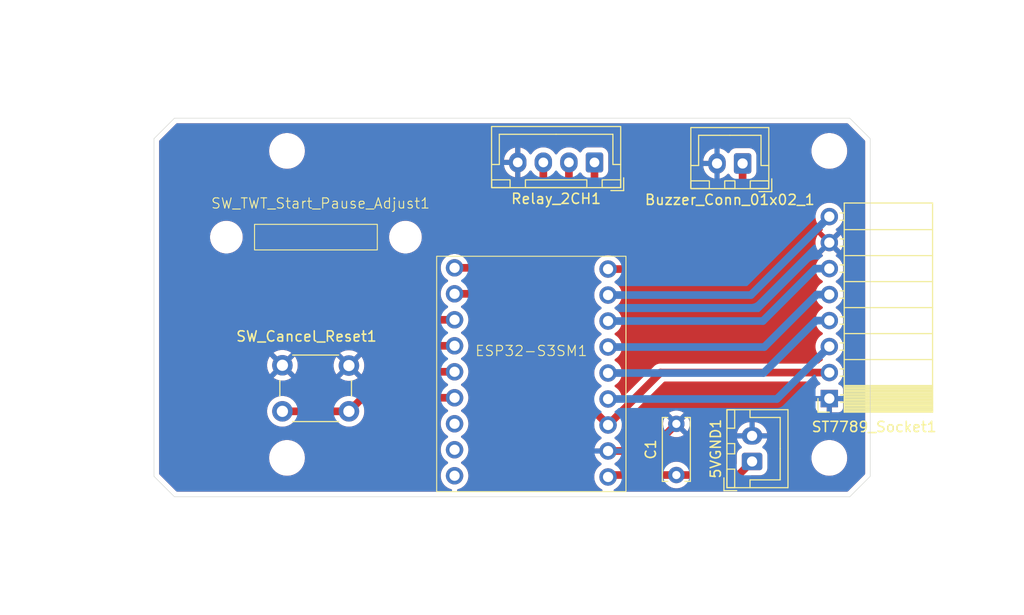
<source format=kicad_pcb>
(kicad_pcb (version 20241229) (generator "pcbnew") (generator_version "9.0")
  (layers (0 "F.Cu" signal) (2 "B.Cu" signal) (13 "F.Paste" user) (15 "B.Paste" user) (5 "F.SilkS" user "F.Silkscreen") (7 "B.SilkS" user "B.Silkscreen") (1 "F.Mask" user) (3 "B.Mask" user) (25 "Edge.Cuts" user))
  (net 0 "")
  (net 1 "/LCD_BL")
  (net 2 "/LCD_RST")
  (net 3 "/IN2_LEDS")
  (net 4 "/3V3+")
  (net 6 "/LCD_DC")
  (net 7 "/LCD_SCL")
  (net 8 "/IN1_FAN")
  (net 10 "/LCD_SDA")
  (net 11 "GND")
  (net 12 "/CNCL_RSET")
  (net 13 "/+5V")
  (net 14 "/BUZZER")
  (net 16 "/WH_DIR2")
  (net 17 "/WH_DIR1")
  (net 18 "/WH_SW")
  (footprint "Button_Switch_THT:SW_PUSH_6mm_H8.5mm" (layer "F.Cu") (at 62.55 74.15)
    (property "Reference" "SW_Cancel_Reset1" (at 2.35 -2.825 0) (layer "F.SilkS"))
    (property "Value" "SW_Push")
    (fp_line (start -0.25 1.5) (end -0.25 3) (stroke (width 0.12)) (layer "F.SilkS"))
    (fp_line (start 1 5.5) (end 5.5 5.5) (stroke (width 0.12)) (layer "F.SilkS"))
    (fp_line (start 5.5 -1) (end 1 -1) (stroke (width 0.12)) (layer "F.SilkS"))
    (fp_line (start 6.75 3) (end 6.75 1.5) (stroke (width 0.12)) (layer "F.SilkS"))
    (pad "1" thru_hole circle (at 0 0 90) (size 2 2) (drill 1.1) (layers "*.Cu" "*.Mask") (net 11 "GND"))
    (pad "1" thru_hole circle (at 6.5 0.025 90) (size 2 2) (drill 1.1) (layers "*.Cu" "*.Mask") (net 11 "GND"))
    (pad "2" thru_hole circle (at 0 4.5 90) (size 2 2) (drill 1.1) (layers "*.Cu" "*.Mask") (net 12 "/CNCL_RSET"))
    (pad "2" thru_hole circle (at 6.5 4.5 90) (size 2 2) (drill 1.1) (layers "*.Cu" "*.Mask") (net 12 "/CNCL_RSET"))
  )
  (footprint "TMB_Library:SW_ThumbWheelToggle" (layer "F.Cu") (at 65.825 61.625 -90)
    (property "Reference" "SW_TWT_Start_Pause_Adjust1" (at -3.3 -0.45 0) (layer "F.SilkS") (effects (font (thickness 0.1))))
    (property "Value" "~" (hide yes))
    (fp_rect (start -1.25 -6) (end 1.25 6) (stroke (width 0.1)) (fill no) (layer "F.SilkS"))
    (pad "" np_thru_hole circle (at 0 -8.75 270) (size 2.4 2.4) (drill 2.4) (layers "*.Cu" "*.Mask"))
    (pad "" np_thru_hole circle (at 0 8.75 270) (size 2.4 2.4) (drill 2.4) (layers "*.Cu" "*.Mask"))
    (pad "1" smd roundrect (at 1 -2.5 270) (size 1 1.5) (layers "F.Cu" "F.Mask") (roundrect_rratio 0.15) (net 17 "/WH_DIR1"))
    (pad "2" smd roundrect (at 1 0 270) (size 1 1.5) (layers "F.Cu" "F.Mask") (roundrect_rratio 0.15) (net 18 "/WH_SW"))
    (pad "3" smd roundrect (at 1 2.5 270) (size 1 1.5) (layers "F.Cu" "F.Mask") (roundrect_rratio 0.15) (net 16 "/WH_DIR2"))
    (pad "C" smd roundrect (at 1 -5 270) (size 1 1.75) (layers "F.Cu" "F.Mask") (roundrect_rratio 0.15) (net 11 "GND"))
  )
  (footprint "MountingHole:MountingHole_2.7mm_M2.5_DIN965" (layer "F.Cu") (at 116 83.2)
    (property "Reference" "REF**" (hide yes))
    (property "Value" "MountingHole_2.7mm_M2.5_DIN965")
    (pad "" np_thru_hole circle (at 0 0) (size 2.7 2.7) (drill 2.7) (layers "*.Cu" "*.Mask"))
  )
  (footprint "MountingHole:MountingHole_2.7mm_M2.5_DIN965" (layer "F.Cu") (at 63 53.2)
    (property "Reference" "REF**" (hide yes))
    (property "Value" "MountingHole_2.7mm_M2.5_DIN965")
    (pad "" np_thru_hole circle (at 0 0) (size 2.7 2.7) (drill 2.7) (layers "*.Cu" "*.Mask"))
  )
  (footprint "Connector_JST:JST_XH_B2B-XH-A_1x02_P2.50mm_Vertical" (layer "F.Cu") (at 107.525 54.425 180)
    (property "Reference" "Buzzer_Conn_01x02_1" (at 1.25 -3.55 0) (layer "F.SilkS"))
    (property "Value" "Buzzer")
    (fp_line (start 5.05 -0.2) (end 4.3 -0.2) (stroke (width 0.12)) (layer "F.SilkS"))
    (fp_line (start 4.3 2.75) (end 1.25 2.75) (stroke (width 0.12)) (layer "F.SilkS"))
    (fp_line (start 4.3 -0.2) (end 4.3 2.75) (stroke (width 0.12)) (layer "F.SilkS"))
    (fp_line (start -1.6 -2.75) (end -2.85 -2.75) (stroke (width 0.12)) (layer "F.SilkS"))
    (fp_line (start -1.8 2.75) (end 1.25 2.75) (stroke (width 0.12)) (layer "F.SilkS"))
    (fp_line (start -1.8 -0.2) (end -1.8 2.75) (stroke (width 0.12)) (layer "F.SilkS"))
    (fp_line (start -2.55 -0.2) (end -1.8 -0.2) (stroke (width 0.12)) (layer "F.SilkS"))
    (fp_line (start -2.85 -2.75) (end -2.85 -1.5) (stroke (width 0.12)) (layer "F.SilkS"))
    (fp_rect (start 3.25 -2.45) (end 5.05 -1.7) (stroke (width 0.12)) (fill no) (layer "F.SilkS"))
    (fp_rect (start 0.75 -2.45) (end 1.75 -1.7) (stroke (width 0.12)) (fill no) (layer "F.SilkS"))
    (fp_rect (start -2.55 -2.45) (end -0.75 -1.7) (stroke (width 0.12)) (fill no) (layer "F.SilkS"))
    (fp_rect (start -2.56 -2.46) (end 5.06 3.51) (stroke (width 0.12)) (fill no) (layer "F.SilkS"))
    (pad "1" thru_hole roundrect (at 0 0 180) (size 1.7 2) (drill 1) (layers "*.Cu" "*.Mask") (roundrect_rratio 0.147059) (net 14 "/BUZZER"))
    (pad "2" thru_hole oval (at 2.5 0 180) (size 1.7 2) (drill 1) (layers "*.Cu" "*.Mask") (net 11 "GND"))
  )
  (footprint "MountingHole:MountingHole_2.7mm_M2.5_DIN965" (layer "F.Cu") (at 116 53.2)
    (property "Reference" "REF**" (hide yes))
    (property "Value" "MountingHole_2.7mm_M2.5_DIN965")
    (pad "" np_thru_hole circle (at 0 0) (size 2.7 2.7) (drill 2.7) (layers "*.Cu" "*.Mask"))
  )
  (footprint "MountingHole:MountingHole_2.7mm_M2.5_DIN965" (layer "F.Cu") (at 63 83.2)
    (property "Reference" "REF**" (hide yes))
    (property "Value" "MountingHole_2.7mm_M2.5_DIN965")
    (pad "" np_thru_hole circle (at 0 0) (size 2.7 2.7) (drill 2.7) (layers "*.Cu" "*.Mask"))
  )
  (footprint "Connector_PinSocket_2.54mm:PinSocket_1x08_P2.54mm_Horizontal" (layer "F.Cu") (at 116 77.4 180)
    (property "Reference" "ST7789_Socket1" (at -4.38 -2.77 0) (layer "F.SilkS"))
    (property "Value" "Conn_01x08_Socket")
    (fp_line (start 1.11 -1.33) (end 1.11 0) (stroke (width 0.12)) (layer "F.SilkS"))
    (fp_line (start 0 -1.33) (end 1.11 -1.33) (stroke (width 0.12)) (layer "F.SilkS"))
    (fp_line (start -1.46 18.14) (end -1.05 18.14) (stroke (width 0.12)) (layer "F.SilkS"))
    (fp_line (start -1.46 17.42) (end -1.05 17.42) (stroke (width 0.12)) (layer "F.SilkS"))
    (fp_line (start -1.46 15.6) (end -1.05 15.6) (stroke (width 0.12)) (layer "F.SilkS"))
    (fp_line (start -1.46 14.88) (end -1.05 14.88) (stroke (width 0.12)) (layer "F.SilkS"))
    (fp_line (start -1.46 13.06) (end -1.05 13.06) (stroke (width 0.12)) (layer "F.SilkS"))
    (fp_line (start -1.46 12.34) (end -1.05 12.34) (stroke (width 0.12)) (layer "F.SilkS"))
    (fp_line (start -1.46 10.52) (end -1.05 10.52) (stroke (width 0.12)) (layer "F.SilkS"))
    (fp_line (start -1.46 9.8) (end -1.05 9.8) (stroke (width 0.12)) (layer "F.SilkS"))
    (fp_line (start -1.46 7.98) (end -1.05 7.98) (stroke (width 0.12)) (layer "F.SilkS"))
    (fp_line (start -1.46 7.26) (end -1.05 7.26) (stroke (width 0.12)) (layer "F.SilkS"))
    (fp_line (start -1.46 5.44) (end -1.05 5.44) (stroke (width 0.12)) (layer "F.SilkS"))
    (fp_line (start -1.46 4.72) (end -1.05 4.72) (stroke (width 0.12)) (layer "F.SilkS"))
    (fp_line (start -1.46 2.9) (end -1.05 2.9) (stroke (width 0.12)) (layer "F.SilkS"))
    (fp_line (start -1.46 2.18) (end -1.05 2.18) (stroke (width 0.12)) (layer "F.SilkS"))
    (fp_line (start -1.46 0.36) (end -1.11 0.36) (stroke (width 0.12)) (layer "F.SilkS"))
    (fp_line (start -1.46 -0.36) (end -1.11 -0.36) (stroke (width 0.12)) (layer "F.SilkS"))
    (fp_line (start -1.46 -1.33) (end -1.46 19.11) (stroke (width 0.12)) (layer "F.SilkS"))
    (fp_line (start -10.09 19.11) (end -1.46 19.11) (stroke (width 0.12)) (layer "F.SilkS"))
    (fp_line (start -10.09 16.51) (end -1.46 16.51) (stroke (width 0.12)) (layer "F.SilkS"))
    (fp_line (start -10.09 13.97) (end -1.46 13.97) (stroke (width 0.12)) (layer "F.SilkS"))
    (fp_line (start -10.09 11.43) (end -1.46 11.43) (stroke (width 0.12)) (layer "F.SilkS"))
    (fp_line (start -10.09 8.89) (end -1.46 8.89) (stroke (width 0.12)) (layer "F.SilkS"))
    (fp_line (start -10.09 6.35) (end -1.46 6.35) (stroke (width 0.12)) (layer "F.SilkS"))
    (fp_line (start -10.09 3.81) (end -1.46 3.81) (stroke (width 0.12)) (layer "F.SilkS"))
    (fp_line (start -10.09 1.27) (end -1.46 1.27) (stroke (width 0.12)) (layer "F.SilkS"))
    (fp_line (start -10.09 1.1519) (end -1.46 1.1519) (stroke (width 0.12)) (layer "F.SilkS"))
    (fp_line (start -10.09 1.033805) (end -1.46 1.033805) (stroke (width 0.12)) (layer "F.SilkS"))
    (fp_line (start -10.09 0.91571) (end -1.46 0.91571) (stroke (width 0.12)) (layer "F.SilkS"))
    (fp_line (start -10.09 0.797615) (end -1.46 0.797615) (stroke (width 0.12)) (layer "F.SilkS"))
    (fp_line (start -10.09 0.67952) (end -1.46 0.67952) (stroke (width 0.12)) (layer "F.SilkS"))
    (fp_line (start -10.09 0.561425) (end -1.46 0.561425) (stroke (width 0.12)) (layer "F.SilkS"))
    (fp_line (start -10.09 0.44333) (end -1.46 0.44333) (stroke (width 0.12)) (layer "F.SilkS"))
    (fp_line (start -10.09 0.325235) (end -1.46 0.325235) (stroke (width 0.12)) (layer "F.SilkS"))
    (fp_line (start -10.09 0.20714) (end -1.46 0.20714) (stroke (width 0.12)) (layer "F.SilkS"))
    (fp_line (start -10.09 0.089045) (end -1.46 0.089045) (stroke (width 0.12)) (layer "F.SilkS"))
    (fp_line (start -10.09 -0.02905) (end -1.46 -0.02905) (stroke (width 0.12)) (layer "F.SilkS"))
    (fp_line (start -10.09 -0.147145) (end -1.46 -0.147145) (stroke (width 0.12)) (layer "F.SilkS"))
    (fp_line (start -10.09 -0.26524) (end -1.46 -0.26524) (stroke (width 0.12)) (layer "F.SilkS"))
    (fp_line (start -10.09 -0.383335) (end -1.46 -0.383335) (stroke (width 0.12)) (layer "F.SilkS"))
    (fp_line (start -10.09 -0.50143) (end -1.46 -0.50143) (stroke (width 0.12)) (layer "F.SilkS"))
    (fp_line (start -10.09 -0.619525) (end -1.46 -0.619525) (stroke (width 0.12)) (layer "F.SilkS"))
    (fp_line (start -10.09 -0.73762) (end -1.46 -0.73762) (stroke (width 0.12)) (layer "F.SilkS"))
    (fp_line (start -10.09 -0.855715) (end -1.46 -0.855715) (stroke (width 0.12)) (layer "F.SilkS"))
    (fp_line (start -10.09 -0.97381) (end -1.46 -0.97381) (stroke (width 0.12)) (layer "F.SilkS"))
    (fp_line (start -10.09 -1.091905) (end -1.46 -1.091905) (stroke (width 0.12)) (layer "F.SilkS"))
    (fp_line (start -10.09 -1.21) (end -1.46 -1.21) (stroke (width 0.12)) (layer "F.SilkS"))
    (fp_line (start -10.09 -1.33) (end -1.46 -1.33) (stroke (width 0.12)) (layer "F.SilkS"))
    (fp_line (start -10.09 -1.33) (end -10.09 19.11) (stroke (width 0.12)) (layer "F.SilkS"))
    (pad "1" thru_hole rect (at 0 0 180) (size 1.7 1.7) (drill 1) (layers "*.Cu" "*.Mask") (net 11 "GND"))
    (pad "2" thru_hole circle (at 0 2.54 180) (size 1.7 1.7) (drill 1) (layers "*.Cu" "*.Mask") (net 4 "/3V3+"))
    (pad "3" thru_hole circle (at 0 5.08 180) (size 1.7 1.7) (drill 1) (layers "*.Cu" "*.Mask") (net 7 "/LCD_SCL"))
    (pad "4" thru_hole circle (at 0 7.62 180) (size 1.7 1.7) (drill 1) (layers "*.Cu" "*.Mask") (net 10 "/LCD_SDA"))
    (pad "5" thru_hole circle (at 0 10.16 180) (size 1.7 1.7) (drill 1) (layers "*.Cu" "*.Mask") (net 2 "/LCD_RST"))
    (pad "6" thru_hole circle (at 0 12.7 180) (size 1.7 1.7) (drill 1) (layers "*.Cu" "*.Mask") (net 6 "/LCD_DC"))
    (pad "7" thru_hole circle (at 0 15.24 180) (size 1.7 1.7) (drill 1) (layers "*.Cu" "*.Mask") (net 11 "GND"))
    (pad "8" thru_hole circle (at 0 17.78 180) (size 1.7 1.7) (drill 1) (layers "*.Cu" "*.Mask") (net 1 "/LCD_BL"))
  )
  (footprint "Connector_JST:JST_XH_B4B-XH-A_1x04_P2.50mm_Vertical" (layer "F.Cu") (at 93.05 54.325 180)
    (property "Reference" "Relay_2CH1" (at 3.75 -3.55 0) (layer "F.SilkS"))
    (property "Value" "Conn_01x04_Pin")
    (fp_line (start 10.05 -0.2) (end 9.3 -0.2) (stroke (width 0.12)) (layer "F.SilkS"))
    (fp_line (start 9.3 2.75) (end 3.75 2.75) (stroke (width 0.12)) (layer "F.SilkS"))
    (fp_line (start 9.3 -0.2) (end 9.3 2.75) (stroke (width 0.12)) (layer "F.SilkS"))
    (fp_line (start -1.6 -2.75) (end -2.85 -2.75) (stroke (width 0.12)) (layer "F.SilkS"))
    (fp_line (start -1.8 2.75) (end 3.75 2.75) (stroke (width 0.12)) (layer "F.SilkS"))
    (fp_line (start -1.8 -0.2) (end -1.8 2.75) (stroke (width 0.12)) (layer "F.SilkS"))
    (fp_line (start -2.55 -0.2) (end -1.8 -0.2) (stroke (width 0.12)) (layer "F.SilkS"))
    (fp_line (start -2.85 -2.75) (end -2.85 -1.5) (stroke (width 0.12)) (layer "F.SilkS"))
    (fp_rect (start 8.25 -2.45) (end 10.05 -1.7) (stroke (width 0.12)) (fill no) (layer "F.SilkS"))
    (fp_rect (start 0.75 -2.45) (end 6.75 -1.7) (stroke (width 0.12)) (fill no) (layer "F.SilkS"))
    (fp_rect (start -2.55 -2.45) (end -0.75 -1.7) (stroke (width 0.12)) (fill no) (layer "F.SilkS"))
    (fp_rect (start -2.56 -2.46) (end 10.06 3.51) (stroke (width 0.12)) (fill no) (layer "F.SilkS"))
    (pad "1" thru_hole roundrect (at 0 0 180) (size 1.7 1.95) (drill 0.95) (layers "*.Cu" "*.Mask") (roundrect_rratio 0.147059) (net 4 "/3V3+"))
    (pad "2" thru_hole oval (at 2.5 0 180) (size 1.7 1.95) (drill 0.95) (layers "*.Cu" "*.Mask") (net 8 "/IN1_FAN"))
    (pad "3" thru_hole oval (at 5 0 180) (size 1.7 1.95) (drill 0.95) (layers "*.Cu" "*.Mask") (net 3 "/IN2_LEDS"))
    (pad "4" thru_hole oval (at 7.5 0 180) (size 1.7 1.95) (drill 0.95) (layers "*.Cu" "*.Mask") (net 11 "GND"))
  )
  (footprint "TMB_Library:ESP32-S3_Super_Mini_THTONLY_(B.Cu)" (layer "F.Cu") (at 86.875 72.245 180)
    (property "Reference" "ESP32-S3SM1" (at 0 -0.5 0) (layer "F.SilkS") (effects (font (thickness 0.1))))
    (property "Value" "~")
    (fp_rect (start -9.25 -14.25) (end 9.25 8.75) (stroke (width 0.1)) (fill no) (layer "F.SilkS"))
    (pad "1" thru_hole circle (at 7.5 -7.62 180) (size 1.7 1.7) (drill 1) (layers "*.Cu" "*.Mask"))
    (pad "2" thru_hole circle (at 7.5 -5.08 180) (size 1.7 1.7) (drill 1) (layers "*.Cu" "*.Mask") (net 12 "/CNCL_RSET"))
    (pad "3" thru_hole circle (at 7.5 -2.54 180) (size 1.7 1.7) (drill 1) (layers "*.Cu" "*.Mask") (net 16 "/WH_DIR2"))
    (pad "3V3" thru_hole circle (at -7.5 -7.74 180) (size 1.7 1.7) (drill 1) (layers "*.Cu" "*.Mask") (net 4 "/3V3+"))
    (pad "4" thru_hole circle (at 7.5 0 180) (size 1.7 1.7) (drill 1) (layers "*.Cu" "*.Mask") (net 18 "/WH_SW"))
    (pad "5" thru_hole circle (at 7.5 2.54 180) (size 1.7 1.7) (drill 1) (layers "*.Cu" "*.Mask") (net 17 "/WH_DIR1"))
    (pad "5V" thru_hole circle (at -7.5 -12.82 180) (size 1.7 1.7) (drill 1) (layers "*.Cu" "*.Mask") (net 13 "/+5V"))
    (pad "6" thru_hole circle (at 7.5 5.08 180) (size 1.7 1.7) (drill 1) (layers "*.Cu" "*.Mask") (net 8 "/IN1_FAN"))
    (pad "7" thru_hole circle (at 7.5 7.62 180) (size 1.7 1.7) (drill 1) (layers "*.Cu" "*.Mask") (net 3 "/IN2_LEDS"))
    (pad "8" thru_hole circle (at -7.5 7.5 180) (size 1.7 1.7) (drill 1) (layers "*.Cu" "*.Mask") (net 14 "/BUZZER"))
    (pad "9" thru_hole circle (at -7.5 4.96 180) (size 1.7 1.7) (drill 1) (layers "*.Cu" "*.Mask") (net 1 "/LCD_BL"))
    (pad "10" thru_hole circle (at -7.5 2.42 180) (size 1.7 1.7) (drill 1) (layers "*.Cu" "*.Mask") (net 6 "/LCD_DC"))
    (pad "11" thru_hole circle (at -7.5 -0.12 180) (size 1.7 1.7) (drill 1) (layers "*.Cu" "*.Mask") (net 2 "/LCD_RST"))
    (pad "12" thru_hole circle (at -7.5 -2.66 180) (size 1.7 1.7) (drill 1) (layers "*.Cu" "*.Mask") (net 10 "/LCD_SDA"))
    (pad "13" thru_hole circle (at -7.5 -5.2 180) (size 1.7 1.7) (drill 1) (layers "*.Cu" "*.Mask") (net 7 "/LCD_SCL"))
    (pad "GND" thru_hole circle (at -7.5 -10.28 180) (size 1.7 1.7) (drill 1) (layers "*.Cu" "*.Mask") (net 11 "GND"))
    (pad "RX" thru_hole circle (at 7.5 -10.16 180) (size 1.7 1.7) (drill 1) (layers "*.Cu" "*.Mask"))
    (pad "TX" thru_hole circle (at 7.5 -12.7 180) (size 1.7 1.7) (drill 1) (layers "*.Cu" "*.Mask"))
  )
  (footprint "Connector_JST:JST_XH_B2B-XH-A_1x02_P2.50mm_Vertical" (layer "F.Cu") (at 108.45 83.55 90)
    (property "Reference" "5VGND1" (at 1.25 -3.55 90) (layer "F.SilkS"))
    (property "Value" "Conn_01x02_Pin")
    (fp_line (start -1.6 -2.75) (end -2.85 -2.75) (stroke (width 0.12)) (layer "F.SilkS"))
    (fp_line (start -2.85 -2.75) (end -2.85 -1.5) (stroke (width 0.12)) (layer "F.SilkS"))
    (fp_line (start 5.06 -2.46) (end -2.56 -2.46) (stroke (width 0.12)) (layer "F.SilkS"))
    (fp_line (start -2.56 -2.46) (end -2.56 3.51) (stroke (width 0.12)) (layer "F.SilkS"))
    (fp_line (start 5.05 -2.45) (end 3.25 -2.45) (stroke (width 0.12)) (layer "F.SilkS"))
    (fp_line (start 3.25 -2.45) (end 3.25 -1.7) (stroke (width 0.12)) (layer "F.SilkS"))
    (fp_line (start 1.75 -2.45) (end 0.75 -2.45) (stroke (width 0.12)) (layer "F.SilkS"))
    (fp_line (start 0.75 -2.45) (end 0.75 -1.7) (stroke (width 0.12)) (layer "F.SilkS"))
    (fp_line (start -0.75 -2.45) (end -2.55 -2.45) (stroke (width 0.12)) (layer "F.SilkS"))
    (fp_line (start -2.55 -2.45) (end -2.55 -1.7) (stroke (width 0.12)) (layer "F.SilkS"))
    (fp_line (start 5.05 -1.7) (end 5.05 -2.45) (stroke (width 0.12)) (layer "F.SilkS"))
    (fp_line (start 3.25 -1.7) (end 5.05 -1.7) (stroke (width 0.12)) (layer "F.SilkS"))
    (fp_line (start 1.75 -1.7) (end 1.75 -2.45) (stroke (width 0.12)) (layer "F.SilkS"))
    (fp_line (start 0.75 -1.7) (end 1.75 -1.7) (stroke (width 0.12)) (layer "F.SilkS"))
    (fp_line (start -0.75 -1.7) (end -0.75 -2.45) (stroke (width 0.12)) (layer "F.SilkS"))
    (fp_line (start -2.55 -1.7) (end -0.75 -1.7) (stroke (width 0.12)) (layer "F.SilkS"))
    (fp_line (start 5.05 -0.2) (end 4.3 -0.2) (stroke (width 0.12)) (layer "F.SilkS"))
    (fp_line (start 4.3 -0.2) (end 4.3 2.75) (stroke (width 0.12)) (layer "F.SilkS"))
    (fp_line (start -1.8 -0.2) (end -1.8 2.75) (stroke (width 0.12)) (layer "F.SilkS"))
    (fp_line (start -2.55 -0.2) (end -1.8 -0.2) (stroke (width 0.12)) (layer "F.SilkS"))
    (fp_line (start 4.3 2.75) (end 1.25 2.75) (stroke (width 0.12)) (layer "F.SilkS"))
    (fp_line (start -1.8 2.75) (end 1.25 2.75) (stroke (width 0.12)) (layer "F.SilkS"))
    (fp_line (start 5.06 3.51) (end 5.06 -2.46) (stroke (width 0.12)) (layer "F.SilkS"))
    (fp_line (start -2.56 3.51) (end 5.06 3.51) (stroke (width 0.12)) (layer "F.SilkS"))
    (pad "1" thru_hole roundrect (at 0 0 90) (size 1.7 2) (drill 1) (layers "*.Cu" "*.Mask") (roundrect_rratio 0.147059) (net 13 "/+5V"))
    (pad "2" thru_hole oval (at 2.5 0 90) (size 1.7 2) (drill 1) (layers "*.Cu" "*.Mask") (net 11 "GND"))
  )
  (footprint "Capacitor_THT:C_Disc_D6.0mm_W2.5mm_P5.00mm" (layer "F.Cu") (at 101.05 84.875 90)
    (property "Reference" "C1" (at 2.5 -2.5 90) (layer "F.SilkS"))
    (property "Value" "100nF")
    (fp_line (start 5.62 -1.37) (end 5.62 -0.835) (stroke (width 0.12)) (layer "F.SilkS"))
    (fp_line (start -0.62 -1.37) (end 5.62 -1.37) (stroke (width 0.12)) (layer "F.SilkS"))
    (fp_line (start -0.62 -0.835) (end -0.62 -1.37) (stroke (width 0.12)) (layer "F.SilkS"))
    (fp_line (start 5.62 0.835) (end 5.62 1.37) (stroke (width 0.12)) (layer "F.SilkS"))
    (fp_line (start 5.62 1.37) (end -0.62 1.37) (stroke (width 0.12)) (layer "F.SilkS"))
    (fp_line (start -0.62 1.37) (end -0.62 0.835) (stroke (width 0.12)) (layer "F.SilkS"))
    (pad "1" thru_hole circle (at 0 0 90) (size 1.6 1.6) (drill 0.8) (layers "*.Cu" "*.Mask") (net 13 "/+5V"))
    (pad "2" thru_hole circle (at 5 0 90) (size 1.6 1.6) (drill 0.8) (layers "*.Cu" "*.Mask") (net 11 "GND"))
  )
  (gr_line (start 52 50) (end 118 50) (stroke (width 0.05)) (layer "Edge.Cuts"))
  (gr_line (start 52 87) (end 50 85) (stroke (width 0.05)) (layer "Edge.Cuts"))
  (gr_line (start 52 50) (end 50 52) (stroke (width 0.05)) (layer "Edge.Cuts"))
  (gr_line (start 50 85) (end 50 52) (stroke (width 0.05)) (layer "Edge.Cuts"))
  (gr_line (start 118 50) (end 120 52) (stroke (width 0.05)) (layer "Edge.Cuts"))
  (gr_line (start 120 85) (end 120 52) (stroke (width 0.05)) (layer "Edge.Cuts"))
  (gr_line (start 118 87) (end 120 85) (stroke (width 0.05)) (layer "Edge.Cuts"))
  (gr_line (start 52 87) (end 118 87) (stroke (width 0.05)) (layer "Edge.Cuts"))
  (segment (start 94.375 67.285) (end 108.335 67.285) (width 0.75) (layer "B.Cu") (net 1))
  (segment (start 108.335 67.285) (end 116 59.62) (width 0.75) (layer "B.Cu") (net 1))
  (segment (start 114.767596 67.24) (end 116 67.24) (width 0.75) (layer "B.Cu") (net 2))
  (segment (start 109.642596 72.365) (end 114.767596 67.24) (width 0.75) (layer "B.Cu") (net 2))
  (segment (start 94.375 72.365) (end 109.642596 72.365) (width 0.75) (layer "B.Cu") (net 2))
  (segment (start 82.655 64.625) (end 88.05 59.23) (width 0.75) (layer "F.Cu") (net 3))
  (segment (start 88.05 59.23) (end 88.05 54.325) (width 0.75) (layer "F.Cu") (net 3))
  (segment (start 79.375 64.625) (end 82.655 64.625) (width 0.75) (layer "F.Cu") (net 3))
  (segment (start 93.05 59.85) (end 88.7 64.2) (width 0.75) (layer "F.Cu") (net 4))
  (segment (start 94.375 79.985) (end 99.5 74.86) (width 0.75) (layer "F.Cu") (net 4))
  (segment (start 93.05 54.325) (end 93.05 59.85) (width 0.75) (layer "F.Cu") (net 4))
  (segment (start 88.7 74.31) (end 94.375 79.985) (width 0.75) (layer "F.Cu") (net 4))
  (segment (start 99.5 74.86) (end 116 74.86) (width 0.75) (layer "F.Cu") (net 4))
  (segment (start 88.7 64.2) (end 88.7 74.31) (width 0.75) (layer "F.Cu") (net 4))
  (segment (start 109.507596 69.825) (end 114.632596 64.7) (width 0.75) (layer "B.Cu") (net 6))
  (segment (start 94.375 69.825) (end 109.507596 69.825) (width 0.75) (layer "B.Cu") (net 6))
  (segment (start 114.632596 64.7) (end 116 64.7) (width 0.75) (layer "B.Cu") (net 6))
  (segment (start 110.875 77.445) (end 116 72.32) (width 0.75) (layer "B.Cu") (net 7))
  (segment (start 94.375 77.445) (end 110.875 77.445) (width 0.75) (layer "B.Cu") (net 7))
  (segment (start 79.375 67.165) (end 82.655 67.165) (width 0.75) (layer "F.Cu") (net 8))
  (segment (start 82.655 67.165) (end 90.55 59.27) (width 0.75) (layer "F.Cu") (net 8))
  (segment (start 90.55 59.27) (end 90.55 54.325) (width 0.75) (layer "F.Cu") (net 8))
  (segment (start 114.702596 69.78) (end 116 69.78) (width 0.75) (layer "B.Cu") (net 10))
  (segment (start 109.577596 74.905) (end 114.702596 69.78) (width 0.75) (layer "B.Cu") (net 10))
  (segment (start 94.375 74.905) (end 109.577596 74.905) (width 0.75) (layer "B.Cu") (net 10))
  (segment (start 94.375 82.525) (end 98.4 82.525) (width 0.75) (layer "F.Cu") (net 11))
  (segment (start 98.4 82.525) (end 101.05 79.875) (width 0.75) (layer "F.Cu") (net 11))
  (segment (start 69.05 78.65) (end 70.375 77.325) (width 0.75) (layer "F.Cu") (net 12))
  (segment (start 62.55 78.65) (end 69.05 78.65) (width 0.75) (layer "F.Cu") (net 12))
  (segment (start 70.375 77.325) (end 79.375 77.325) (width 0.75) (layer "F.Cu") (net 12))
  (segment (start 107.125 84.875) (end 108.45 83.55) (width 0.75) (layer "F.Cu") (net 13))
  (segment (start 101.05 84.875) (end 94.565 84.875) (width 0.75) (layer "F.Cu") (net 13))
  (segment (start 101.05 84.875) (end 107.125 84.875) (width 0.75) (layer "F.Cu") (net 13))
  (segment (start 94.565 84.875) (end 94.375 85.065) (width 0.75) (layer "F.Cu") (net 13))
  (segment (start 103.43 64.745) (end 107.525 60.65) (width 0.75) (layer "F.Cu") (net 14))
  (segment (start 107.525 60.65) (end 107.525 54.425) (width 0.75) (layer "F.Cu") (net 14))
  (segment (start 94.375 64.745) (end 103.43 64.745) (width 0.75) (layer "F.Cu") (net 14))
  (segment (start 75.485 74.785) (end 79.375 74.785) (width 0.75) (layer "F.Cu") (net 16))
  (segment (start 63.325 62.625) (end 75.485 74.785) (width 0.75) (layer "F.Cu") (net 16))
  (segment (start 79.375 69.705) (end 75.37486 69.705) (width 0.75) (layer "F.Cu") (net 17))
  (segment (start 75.37486 69.705) (end 68.325 62.65514) (width 0.75) (layer "F.Cu") (net 17))
  (segment (start 68.325 62.65514) (end 68.325 62.625) (width 0.75) (layer "F.Cu") (net 17))
  (segment (start 65.825 62.625) (end 75.445 72.245) (width 0.75) (layer "F.Cu") (net 18))
  (segment (start 75.445 72.245) (end 79.375 72.245) (width 0.75) (layer "F.Cu") (net 18))
  (zone (net 11) (net_name "GND") (layer "F.Cu") (connect_pads (clearance 0.5)) (min_thickness 0.25) (fill yes (thermal_gap 0.5) (thermal_bridge_width 0.5))
    (polygon (pts (xy 119.975 86.975) (xy 120.025 50) (xy 49.925 49.925) (xy 50.075 86.825)))
  )
  (zone (net 11) (net_name "GND") (layer "B.Cu") (priority 1) (connect_pads (clearance 0.5)) (min_thickness 0.25) (fill yes (thermal_gap 0.5) (thermal_bridge_width 0.5))
    (polygon (pts (xy 119.9 86.725) (xy 120.05 50.05) (xy 50.05 50.05) (xy 50.25 86.925)))
  )
)
</source>
